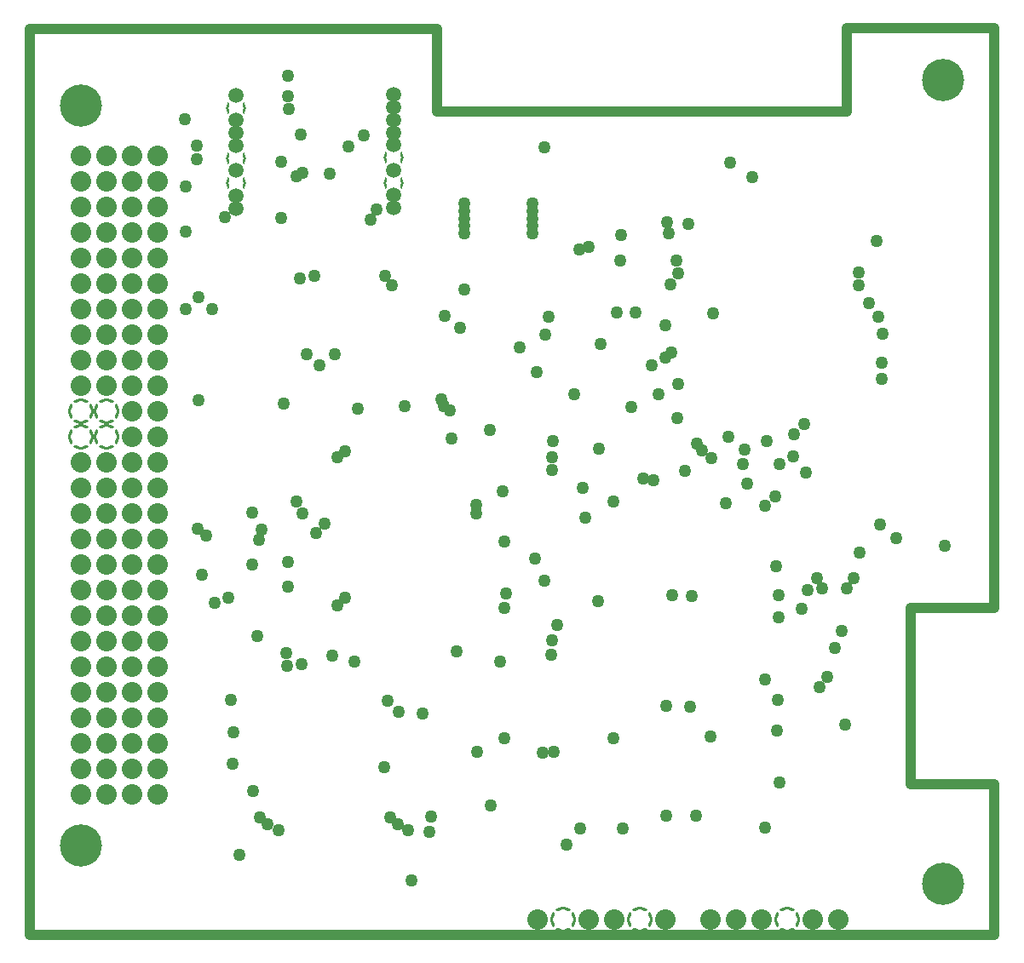
<source format=gbr>
%TF.GenerationSoftware,Altium Limited,Altium Designer,21.6.4 (81)*%
G04 Layer_Physical_Order=3*
G04 Layer_Color=128*
%FSLAX26Y26*%
%MOIN*%
%TF.SameCoordinates,8BEB2CB1-843D-409B-AEA6-C59BAE6679C3*%
%TF.FilePolarity,Negative*%
%TF.FileFunction,Copper,L3,Inr,Plane*%
%TF.Part,Single*%
G01*
G75*
%TA.AperFunction,NonConductor*%
%ADD44C,0.040000*%
%TA.AperFunction,ComponentPad*%
%ADD45C,0.059685*%
G04:AMPARAMS|DCode=46|XSize=79.685mil|YSize=79.685mil|CornerRadius=0mil|HoleSize=0mil|Usage=FLASHONLY|Rotation=0.000|XOffset=0mil|YOffset=0mil|HoleType=Round|Shape=Relief|Width=10mil|Gap=10mil|Entries=4|*
%AMTHD46*
7,0,0,0.079685,0.059685,0.010000,45*
%
%ADD46THD46*%
%ADD47C,0.080157*%
G04:AMPARAMS|DCode=48|XSize=100.157mil|YSize=100.157mil|CornerRadius=0mil|HoleSize=0mil|Usage=FLASHONLY|Rotation=0.000|XOffset=0mil|YOffset=0mil|HoleType=Round|Shape=Relief|Width=10mil|Gap=10mil|Entries=4|*
%AMTHD48*
7,0,0,0.100157,0.080157,0.010000,45*
%
%ADD48THD48*%
%ADD49C,0.165197*%
%TA.AperFunction,ViaPad*%
%ADD50C,0.049843*%
D44*
X1594488Y3223425D02*
X3198819D01*
X1594488D02*
Y3547244D01*
X0D02*
X1594488D01*
X0Y0D02*
X3775591D01*
Y590551D01*
X3449430D02*
X3775591D01*
X3449430D02*
Y1281212D01*
X3775590D01*
X3775591Y3550000D01*
X3198819Y3550000D02*
X3775591Y3550000D01*
X3198819Y3223425D02*
Y3550000D01*
X0Y0D02*
Y3547244D01*
D45*
X807087Y3287402D02*
D03*
Y3188976D02*
D03*
Y3139764D02*
D03*
Y3090551D02*
D03*
Y2992126D02*
D03*
Y2893701D02*
D03*
Y2844488D02*
D03*
X1425197Y3289370D02*
D03*
Y3240157D02*
D03*
Y3190945D02*
D03*
Y3141732D02*
D03*
Y3092520D02*
D03*
Y2994095D02*
D03*
Y2895669D02*
D03*
Y2846457D02*
D03*
D46*
X807087Y3238189D02*
D03*
Y3041339D02*
D03*
Y2942913D02*
D03*
X1425197Y3043307D02*
D03*
Y2944882D02*
D03*
D47*
X2665354Y59055D02*
D03*
X2765354D02*
D03*
X2865354D02*
D03*
X3065354D02*
D03*
X3165354D02*
D03*
X1988189D02*
D03*
X2188189D02*
D03*
X2288189D02*
D03*
X2488189D02*
D03*
X400000Y2550000D02*
D03*
Y2450000D02*
D03*
Y2250000D02*
D03*
Y2350000D02*
D03*
Y2050000D02*
D03*
Y1950000D02*
D03*
Y1850000D02*
D03*
Y1650000D02*
D03*
Y1750000D02*
D03*
Y1450000D02*
D03*
Y1250000D02*
D03*
Y1550000D02*
D03*
Y1350000D02*
D03*
Y2150000D02*
D03*
Y2650000D02*
D03*
X500000Y1050000D02*
D03*
Y1350000D02*
D03*
Y1250000D02*
D03*
Y1150000D02*
D03*
Y1450000D02*
D03*
Y1650000D02*
D03*
Y550000D02*
D03*
Y650000D02*
D03*
Y850000D02*
D03*
Y950000D02*
D03*
Y750000D02*
D03*
Y1550000D02*
D03*
X400000Y3050000D02*
D03*
Y2750000D02*
D03*
Y2950000D02*
D03*
X500000Y2850000D02*
D03*
Y2950000D02*
D03*
X400000Y2850000D02*
D03*
X500000Y3050000D02*
D03*
Y2750000D02*
D03*
Y2550000D02*
D03*
Y2450000D02*
D03*
Y2350000D02*
D03*
Y2250000D02*
D03*
Y2150000D02*
D03*
Y2050000D02*
D03*
Y1850000D02*
D03*
Y1750000D02*
D03*
Y2650000D02*
D03*
Y1950000D02*
D03*
X400000Y950000D02*
D03*
Y1050000D02*
D03*
Y750000D02*
D03*
Y1150000D02*
D03*
Y550000D02*
D03*
Y850000D02*
D03*
Y650000D02*
D03*
X200000Y2550000D02*
D03*
Y2450000D02*
D03*
Y2250000D02*
D03*
Y2350000D02*
D03*
Y1850000D02*
D03*
Y1650000D02*
D03*
Y1750000D02*
D03*
Y1450000D02*
D03*
Y1250000D02*
D03*
Y1550000D02*
D03*
Y1350000D02*
D03*
Y2150000D02*
D03*
Y2650000D02*
D03*
X300000Y1050000D02*
D03*
Y1350000D02*
D03*
Y1250000D02*
D03*
Y1150000D02*
D03*
Y1450000D02*
D03*
Y1650000D02*
D03*
Y550000D02*
D03*
Y650000D02*
D03*
Y850000D02*
D03*
Y950000D02*
D03*
Y750000D02*
D03*
Y1550000D02*
D03*
X200000Y3050000D02*
D03*
Y2750000D02*
D03*
Y2950000D02*
D03*
X300000Y2850000D02*
D03*
Y2950000D02*
D03*
X200000Y2850000D02*
D03*
X300000Y3050000D02*
D03*
Y2750000D02*
D03*
Y2550000D02*
D03*
Y2450000D02*
D03*
Y2350000D02*
D03*
Y2250000D02*
D03*
Y2150000D02*
D03*
Y1850000D02*
D03*
Y1750000D02*
D03*
Y2650000D02*
D03*
X200000Y950000D02*
D03*
Y1050000D02*
D03*
Y750000D02*
D03*
Y1150000D02*
D03*
Y550000D02*
D03*
Y850000D02*
D03*
Y650000D02*
D03*
D48*
X2965354Y59055D02*
D03*
X2088189D02*
D03*
X2388189D02*
D03*
X200000Y2050000D02*
D03*
Y1950000D02*
D03*
X300000Y2050000D02*
D03*
Y1950000D02*
D03*
D49*
X3575591Y3347244D02*
D03*
Y200000D02*
D03*
X200000Y350000D02*
D03*
Y3247244D02*
D03*
D50*
X2031496Y2420602D02*
D03*
X1919434Y2298898D02*
D03*
X2920000Y1444000D02*
D03*
X3152000Y1124000D02*
D03*
X3176843Y1188976D02*
D03*
X2043307Y1818898D02*
D03*
X2807087Y1766220D02*
D03*
X3249252Y1496063D02*
D03*
X660000Y2095000D02*
D03*
X777224Y1318702D02*
D03*
X2489010Y2259010D02*
D03*
X2510000Y2280000D02*
D03*
X3020630Y1275591D02*
D03*
X3099843Y1358268D02*
D03*
X3045472Y1350394D02*
D03*
X3031496Y2000000D02*
D03*
X875000Y565000D02*
D03*
X975000Y410158D02*
D03*
X900000Y460000D02*
D03*
X930000Y435000D02*
D03*
X1480000Y409632D02*
D03*
X1440000Y435000D02*
D03*
X1410000Y461024D02*
D03*
X1570000Y465000D02*
D03*
X1565000Y405000D02*
D03*
X2565315Y1816457D02*
D03*
X3039370Y1811024D02*
D03*
X2153543Y417323D02*
D03*
X2322835D02*
D03*
X1059055Y2570866D02*
D03*
X1083461Y2274333D02*
D03*
X1114173Y2578740D02*
D03*
X3244095Y2543307D02*
D03*
X3285000Y2475000D02*
D03*
X3320000Y2420000D02*
D03*
X2590157Y1326772D02*
D03*
X2585000Y895000D02*
D03*
X3120000Y1010000D02*
D03*
X3090000Y970000D02*
D03*
X1135000Y2230000D02*
D03*
X2675000Y2435000D02*
D03*
X610000Y2930000D02*
D03*
X2165000Y1750000D02*
D03*
X1747621Y1685000D02*
D03*
X2931804Y1330709D02*
D03*
X1493150Y212087D02*
D03*
X2007874Y712598D02*
D03*
X2229484Y1903363D02*
D03*
X2402544Y1785737D02*
D03*
X2440945Y1779528D02*
D03*
X2930000Y1245000D02*
D03*
X1670000Y1110000D02*
D03*
X1840000Y1070000D02*
D03*
X1062133Y3132999D02*
D03*
X1015000Y3235000D02*
D03*
X1010000Y3285000D02*
D03*
X1069437Y2982273D02*
D03*
X1043018Y2968737D02*
D03*
X984252Y3027559D02*
D03*
X2740000Y3025000D02*
D03*
X1985000Y2205000D02*
D03*
X2435000Y2230000D02*
D03*
X2235000Y2315000D02*
D03*
X2610000Y1925000D02*
D03*
X2735000Y1950000D02*
D03*
X3580000Y1525000D02*
D03*
X995000Y2080000D02*
D03*
X871412Y1652766D02*
D03*
X890000Y1170000D02*
D03*
X1185000Y1095000D02*
D03*
X1270000Y1070000D02*
D03*
X1285000Y2060000D02*
D03*
X1468686Y2071527D02*
D03*
X870873Y1451791D02*
D03*
X714842Y2449291D02*
D03*
X675000Y1410000D02*
D03*
X1625000Y2425000D02*
D03*
X2150000Y2685000D02*
D03*
X2019279Y2348689D02*
D03*
X2370079Y2436543D02*
D03*
X2299213D02*
D03*
X1685039Y2377953D02*
D03*
X1193070Y2274843D02*
D03*
X2062992Y1212598D02*
D03*
X2884606Y1933071D02*
D03*
X2826772Y2968504D02*
D03*
X2799213Y1898858D02*
D03*
X2988189Y1874016D02*
D03*
X2933071Y1842520D02*
D03*
X3224409Y1397638D02*
D03*
X3196850Y1358268D02*
D03*
X2992126Y1960630D02*
D03*
X2791339Y1842520D02*
D03*
X3338583Y2354331D02*
D03*
X3333922Y2177523D02*
D03*
X3334646Y2240157D02*
D03*
X3246213Y2592670D02*
D03*
X2039767Y1095495D02*
D03*
X2043307Y1153543D02*
D03*
X2047244Y1933071D02*
D03*
X1235828Y1894921D02*
D03*
X1204724Y1870079D02*
D03*
X3314449Y2717067D02*
D03*
X661417Y2496063D02*
D03*
X2015748Y1385827D02*
D03*
X1858268Y1279528D02*
D03*
X3082677Y1397638D02*
D03*
X3327992Y1606299D02*
D03*
X3389764Y1555118D02*
D03*
X1122047Y1574803D02*
D03*
X1153543Y1610236D02*
D03*
X1043307Y1696850D02*
D03*
X1068150Y1649606D02*
D03*
X1011811Y1460630D02*
D03*
X1858268Y1539370D02*
D03*
X1976378Y1472441D02*
D03*
X1444882Y874016D02*
D03*
X1401575Y917323D02*
D03*
X1539370Y866142D02*
D03*
X2224409Y1307087D02*
D03*
X1866142Y1337362D02*
D03*
X1011811Y1362205D02*
D03*
X795276Y669291D02*
D03*
X1062992Y1059055D02*
D03*
X797550Y795129D02*
D03*
X1007874Y1055118D02*
D03*
X787402Y921260D02*
D03*
X1003937Y1102362D02*
D03*
X2488189Y2385827D02*
D03*
X2535209Y2024994D02*
D03*
X2354331Y2066929D02*
D03*
X1802165Y1977362D02*
D03*
X1649606Y1944882D02*
D03*
X2539370Y2157480D02*
D03*
X1643790Y2052323D02*
D03*
X1619900Y2069942D02*
D03*
X1610236Y2098425D02*
D03*
X1700787Y2527559D02*
D03*
X1389764Y2578740D02*
D03*
X1417323Y2543307D02*
D03*
X692913Y1562992D02*
D03*
X896332Y1548550D02*
D03*
X659440Y1589944D02*
D03*
X909449Y1586614D02*
D03*
X724409Y1299213D02*
D03*
X1204724Y1291339D02*
D03*
X1236220Y1318898D02*
D03*
X763779Y2811024D02*
D03*
X1358268Y2838583D02*
D03*
X1334646Y2799213D02*
D03*
X2630832Y1897947D02*
D03*
X2173228Y1633858D02*
D03*
X2724409Y1688976D02*
D03*
X1851378Y1735236D02*
D03*
X1748032Y1649606D02*
D03*
X2461424Y2117392D02*
D03*
X2129921Y2118110D02*
D03*
X2043307Y1870079D02*
D03*
X1803150Y507874D02*
D03*
X2492126Y468504D02*
D03*
X2665354Y777511D02*
D03*
X1387559Y656181D02*
D03*
X2102362Y354331D02*
D03*
X2917323Y1716535D02*
D03*
X1858268Y771654D02*
D03*
X2283465D02*
D03*
Y1696850D02*
D03*
X2669291Y1866142D02*
D03*
X2513895Y1328625D02*
D03*
X2492126Y897638D02*
D03*
X2606299Y468504D02*
D03*
X3192913Y822835D02*
D03*
X984252Y2807087D02*
D03*
X2507874Y2547244D02*
D03*
X2188976Y2692913D02*
D03*
X2311024Y2641732D02*
D03*
X2496063Y2791339D02*
D03*
X2539370Y2590551D02*
D03*
X2314961Y2740157D02*
D03*
X2578740Y2783465D02*
D03*
X2531496Y2641732D02*
D03*
X1307087Y3129921D02*
D03*
X1248032Y3086614D02*
D03*
X1173228Y2980315D02*
D03*
X606299Y3192913D02*
D03*
X652990Y3091008D02*
D03*
X653543Y3035433D02*
D03*
X610236Y2751968D02*
D03*
Y2448819D02*
D03*
X2015748Y3082677D02*
D03*
X2877953Y1681102D02*
D03*
Y1000000D02*
D03*
X2929134Y921260D02*
D03*
X2925197Y799213D02*
D03*
X2933071Y598425D02*
D03*
X2877953Y421260D02*
D03*
X2051181Y716535D02*
D03*
X1751968D02*
D03*
X820000Y312244D02*
D03*
X2500000Y2746063D02*
D03*
X1700787Y2862205D02*
D03*
X1968504Y2746063D02*
D03*
Y2775591D02*
D03*
Y2805118D02*
D03*
Y2834646D02*
D03*
X1702756Y2746063D02*
D03*
Y2775591D02*
D03*
Y2805118D02*
D03*
Y2834646D02*
D03*
X1968504Y2862205D02*
D03*
X1011811Y3362205D02*
D03*
%TF.MD5,48810f2bbfbe4c06cae2653cd43cb957*%
M02*

</source>
